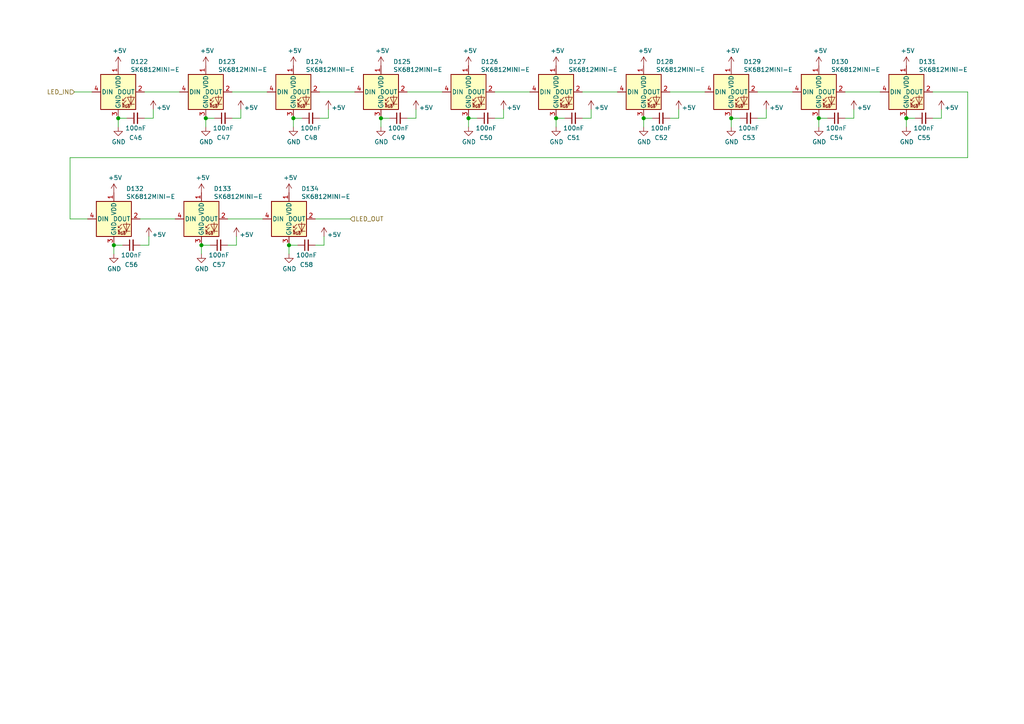
<source format=kicad_sch>
(kicad_sch (version 20211123) (generator eeschema)
  (paper "A4")
  (lib_symbols
    (symbol "Device:C_Small" (pin_numbers hide) (pin_names (offset 0.254) hide)
      (property "Reference" "C" (at 0.254 1.778 0))
      (property "Value" "C_Small" (at 0.254 -2.032 0))
      (symbol "C_Small_0_1"
        (polyline (pts (xy -1.524 -0.508) (xy 1.524 -0.508)) (stroke (width 0.3302)))
        (polyline (pts (xy -1.524 0.508) (xy 1.524 0.508)) (stroke (width 0.3048)))
      )
      (symbol "C_Small_1_1"
        (pin passive line (at 0 2.54 270) (length 2.032) (name "~") (number "1"))
        (pin passive line (at 0 -2.54 90) (length 2.032) (name "~") (number "2"))
      )
    )
    (symbol "chonc60:SK6812MINI-E" (pin_names (offset 0.254))
      (property "Reference" "D" (at 5.08 5.715 0))
      (property "Value" "SK6812MINI-E" (at 1.27 -5.715 0))
      (symbol "SK6812MINI-E_0_0"
        (text "RGB" (at 2.286 -4.191 0) (effects (font (size 0.762 0.762))))
      )
      (symbol "SK6812MINI-E_0_1"
        (polyline (pts (xy 1.27 -3.556) (xy 1.778 -3.556)))
        (polyline (pts (xy 1.27 -2.54) (xy 1.778 -2.54)))
        (polyline (pts (xy 4.699 -3.556) (xy 2.667 -3.556)))
        (polyline (pts (xy 2.286 -2.54) (xy 1.27 -3.556) (xy 1.27 -3.048)))
        (polyline (pts (xy 2.286 -1.524) (xy 1.27 -2.54) (xy 1.27 -2.032)))
        (polyline (pts (xy 3.683 -1.016) (xy 3.683 -3.556) (xy 3.683 -4.064)))
        (polyline (pts (xy 4.699 -1.524) (xy 2.667 -1.524) (xy 3.683 -3.556) (xy 4.699 -1.524)))
        (rectangle (start 5.08 5.08) (end -5.08 -5.08) (stroke (width 0.254)) (fill (type background)))
      )
      (symbol "SK6812MINI-E_1_1"
        (pin power_in line (at 0 7.62 270) (length 2.54) (name "VDD") (number "1"))
        (pin output line (at 7.62 0 180) (length 2.54) (name "DOUT") (number "2"))
        (pin power_in line (at 0 -7.62 90) (length 2.54) (name "GND") (number "3"))
        (pin input line (at -7.62 0 0) (length 2.54) (name "DIN") (number "4"))
      )
    )
    (symbol "power:+5V" (power) (pin_names (offset 0))
      (property "Value" "+5V" (at 0 3.556 0))
      (symbol "+5V_0_1"
        (polyline (pts (xy -0.762 1.27) (xy 0 2.54)))
        (polyline (pts (xy 0 0) (xy 0 2.54)))
        (polyline (pts (xy 0 2.54) (xy 0.762 1.27)))
      )
      (symbol "+5V_1_1"
        (pin power_in line (at 0 0 90) (length 0) hide (name "+5V") (number "1"))
      )
    )
    (symbol "power:GND" (power) (pin_names (offset 0))
      (property "Value" "GND" (at 0 -3.81 0))
      (symbol "GND_0_1"
        (polyline (pts (xy 0 0) (xy 0 -1.27) (xy 1.27 -1.27) (xy 0 -2.54) (xy -1.27 -1.27) (xy 0 -1.27)))
      )
      (symbol "GND_1_1"
        (pin power_in line (at 0 0 270) (length 0) hide (name "GND") (number "1"))
      )
    )
  )
  (junction (at 59.69 34.29) (diameter 1.016))
  (junction (at 58.42 71.12) (diameter 1.016))
  (junction (at 110.49 34.29) (diameter 1.016))
  (junction (at 34.29 34.29) (diameter 1.016))
  (junction (at 33.02 71.12) (diameter 1.016))
  (junction (at 186.69 34.29) (diameter 1.016))
  (junction (at 237.49 34.29) (diameter 1.016))
  (junction (at 85.09 34.29) (diameter 1.016))
  (junction (at 161.29 34.29) (diameter 1.016))
  (junction (at 83.82 71.12) (diameter 1.016))
  (junction (at 212.09 34.29) (diameter 1.016))
  (junction (at 262.89 34.29) (diameter 1.016))
  (junction (at 135.89 34.29) (diameter 1.016))
  (wire (pts (xy 237.49 34.29) (xy 240.03 34.29)))
  (wire (pts (xy 21.59 26.67) (xy 26.67 26.67)))
  (wire (pts (xy 168.91 34.29) (xy 171.45 34.29)))
  (wire (pts (xy 262.89 34.29) (xy 265.43 34.29)))
  (wire (pts (xy 67.31 34.29) (xy 69.85 34.29)))
  (wire (pts (xy 161.29 34.29) (xy 163.83 34.29)))
  (wire (pts (xy 196.85 31.75) (xy 196.85 34.29)))
  (wire (pts (xy 91.44 71.12) (xy 93.98 71.12)))
  (wire (pts (xy 194.31 26.67) (xy 204.47 26.67)))
  (wire (pts (xy 68.58 68.58) (xy 68.58 71.12)))
  (wire (pts (xy 69.85 31.75) (xy 69.85 34.29)))
  (wire (pts (xy 66.04 71.12) (xy 68.58 71.12)))
  (wire (pts (xy 135.89 34.29) (xy 138.43 34.29)))
  (wire (pts (xy 34.29 36.83) (xy 34.29 34.29)))
  (wire (pts (xy 222.25 31.75) (xy 222.25 34.29)))
  (wire (pts (xy 146.05 31.75) (xy 146.05 34.29)))
  (wire (pts (xy 44.45 31.75) (xy 44.45 34.29)))
  (wire (pts (xy 120.65 31.75) (xy 120.65 34.29)))
  (wire (pts (xy 212.09 36.83) (xy 212.09 34.29)))
  (wire (pts (xy 110.49 34.29) (xy 113.03 34.29)))
  (wire (pts (xy 212.09 34.29) (xy 214.63 34.29)))
  (wire (pts (xy 85.09 34.29) (xy 87.63 34.29)))
  (wire (pts (xy 20.32 63.5) (xy 25.4 63.5)))
  (wire (pts (xy 186.69 36.83) (xy 186.69 34.29)))
  (wire (pts (xy 92.71 34.29) (xy 95.25 34.29)))
  (wire (pts (xy 95.25 31.75) (xy 95.25 34.29)))
  (wire (pts (xy 171.45 31.75) (xy 171.45 34.29)))
  (wire (pts (xy 92.71 26.67) (xy 102.87 26.67)))
  (wire (pts (xy 273.05 31.75) (xy 273.05 34.29)))
  (wire (pts (xy 143.51 34.29) (xy 146.05 34.29)))
  (wire (pts (xy 33.02 73.66) (xy 33.02 71.12)))
  (wire (pts (xy 43.18 68.58) (xy 43.18 71.12)))
  (wire (pts (xy 91.44 63.5) (xy 101.6 63.5)))
  (wire (pts (xy 135.89 36.83) (xy 135.89 34.29)))
  (wire (pts (xy 34.29 34.29) (xy 36.83 34.29)))
  (wire (pts (xy 41.91 34.29) (xy 44.45 34.29)))
  (wire (pts (xy 33.02 71.12) (xy 35.56 71.12)))
  (wire (pts (xy 85.09 36.83) (xy 85.09 34.29)))
  (wire (pts (xy 245.11 34.29) (xy 247.65 34.29)))
  (wire (pts (xy 270.51 34.29) (xy 273.05 34.29)))
  (wire (pts (xy 59.69 34.29) (xy 62.23 34.29)))
  (wire (pts (xy 83.82 73.66) (xy 83.82 71.12)))
  (wire (pts (xy 186.69 34.29) (xy 189.23 34.29)))
  (wire (pts (xy 20.32 63.5) (xy 20.32 45.72)))
  (wire (pts (xy 40.64 63.5) (xy 50.8 63.5)))
  (wire (pts (xy 83.82 71.12) (xy 86.36 71.12)))
  (wire (pts (xy 262.89 36.83) (xy 262.89 34.29)))
  (wire (pts (xy 280.67 45.72) (xy 280.67 26.67)))
  (wire (pts (xy 245.11 26.67) (xy 255.27 26.67)))
  (wire (pts (xy 59.69 36.83) (xy 59.69 34.29)))
  (wire (pts (xy 194.31 34.29) (xy 196.85 34.29)))
  (wire (pts (xy 67.31 26.67) (xy 77.47 26.67)))
  (wire (pts (xy 41.91 26.67) (xy 52.07 26.67)))
  (wire (pts (xy 110.49 36.83) (xy 110.49 34.29)))
  (wire (pts (xy 237.49 36.83) (xy 237.49 34.29)))
  (wire (pts (xy 219.71 34.29) (xy 222.25 34.29)))
  (wire (pts (xy 161.29 36.83) (xy 161.29 34.29)))
  (wire (pts (xy 66.04 63.5) (xy 76.2 63.5)))
  (wire (pts (xy 143.51 26.67) (xy 153.67 26.67)))
  (wire (pts (xy 40.64 71.12) (xy 43.18 71.12)))
  (wire (pts (xy 93.98 68.58) (xy 93.98 71.12)))
  (wire (pts (xy 20.32 45.72) (xy 280.67 45.72)))
  (wire (pts (xy 118.11 26.67) (xy 128.27 26.67)))
  (wire (pts (xy 247.65 31.75) (xy 247.65 34.29)))
  (wire (pts (xy 58.42 73.66) (xy 58.42 71.12)))
  (wire (pts (xy 168.91 26.67) (xy 179.07 26.67)))
  (wire (pts (xy 270.51 26.67) (xy 280.67 26.67)))
  (wire (pts (xy 58.42 71.12) (xy 60.96 71.12)))
  (wire (pts (xy 219.71 26.67) (xy 229.87 26.67)))
  (wire (pts (xy 118.11 34.29) (xy 120.65 34.29)))
  (hierarchical_label "LED_IN" (shape input) (at 21.59 26.67 180))
  (hierarchical_label "LED_OUT" (shape input) (at 101.6 63.5 0))
  (symbol (lib_id "power:GND") (at 212.09 36.83 0)
    (property "Reference" "#PWR0177" (effects hide))
    (property "Value" "GND" (at 212.2043 41.1544 0))
  )
  (symbol (lib_id "power:+5V") (at 69.85 31.75 0)
    (property "Reference" "#PWR0161" (effects hide))
    (property "Value" "+5V" (at 72.7583 31.2356 0))
  )
  (symbol (lib_id "power:GND") (at 33.02 73.66 0)
    (property "Reference" "#PWR0186" (effects hide))
    (property "Value" "GND" (at 33.1343 77.9844 0))
  )
  (symbol (lib_id "power:+5V") (at 171.45 31.75 0)
    (property "Reference" "#PWR0165" (effects hide))
    (property "Value" "+5V" (at 174.3583 31.2356 0))
  )
  (symbol (lib_id "power:GND") (at 135.89 36.83 0)
    (property "Reference" "#PWR0174" (effects hide))
    (property "Value" "GND" (at 136.0043 41.1544 0))
  )
  (symbol (lib_id "power:+5V") (at 237.49 19.05 0)
    (property "Reference" "#PWR0158" (effects hide))
    (property "Value" "+5V" (at 237.8583 14.7256 0))
  )
  (symbol (lib_id "Device:C_Small") (at 64.77 34.29 90)
    (property "Reference" "C47" (at 64.77 39.9477 90))
    (property "Value" "100nF" (at 64.77 37.166 90))
    (property "Footprint" "Capacitor_SMD:C_0603_1608Metric" (effects hide))
  )
  (symbol (lib_id "power:+5V") (at 247.65 31.75 0)
    (property "Reference" "#PWR0168" (effects hide))
    (property "Value" "+5V" (at 250.5583 31.2356 0))
  )
  (symbol (lib_id "chonc60:SK6812MINI-E") (at 186.69 26.67 0)
    (property "Reference" "D128" (at 190.2461 17.9006 0) (effects (justify left)))
    (property "Value" "SK6812MINI-E" (at 190.2461 20.1993 0) (effects (justify left)))
    (property "Footprint" "chonc60:LED_SK6812_MINI_E_REVERSE" (effects hide))
    (property "Datasheet" "https://ecksteinimg.de/Datasheet/LED/LED0011/SK6812MINI-E_REV02_EN.pdf" (effects hide))
    (property "License" "This symbol is based off of the SK6812 official KiCad symbol and is thus under its modified CC-BY-SA 4.0 license instead of MIT" (effects hide))
  )
  (symbol (lib_id "power:GND") (at 237.49 36.83 0)
    (property "Reference" "#PWR0178" (effects hide))
    (property "Value" "GND" (at 237.6043 41.1544 0))
  )
  (symbol (lib_id "power:+5V") (at 120.65 31.75 0)
    (property "Reference" "#PWR0163" (effects hide))
    (property "Value" "+5V" (at 123.5583 31.2356 0))
  )
  (symbol (lib_id "power:+5V") (at 95.25 31.75 0)
    (property "Reference" "#PWR0162" (effects hide))
    (property "Value" "+5V" (at 98.1583 31.2356 0))
  )
  (symbol (lib_id "power:+5V") (at 68.58 68.58 0)
    (property "Reference" "#PWR0184" (effects hide))
    (property "Value" "+5V" (at 71.4883 68.0656 0))
  )
  (symbol (lib_id "power:+5V") (at 34.29 19.05 0)
    (property "Reference" "#PWR0150" (effects hide))
    (property "Value" "+5V" (at 34.6583 14.7256 0))
  )
  (symbol (lib_id "power:GND") (at 58.42 73.66 0)
    (property "Reference" "#PWR0187" (effects hide))
    (property "Value" "GND" (at 58.5343 77.9844 0))
  )
  (symbol (lib_id "chonc60:SK6812MINI-E") (at 237.49 26.67 0)
    (property "Reference" "D130" (at 241.0461 17.9006 0) (effects (justify left)))
    (property "Value" "SK6812MINI-E" (at 241.0461 20.1993 0) (effects (justify left)))
    (property "Footprint" "chonc60:LED_SK6812_MINI_E_REVERSE" (effects hide))
    (property "Datasheet" "https://ecksteinimg.de/Datasheet/LED/LED0011/SK6812MINI-E_REV02_EN.pdf" (effects hide))
    (property "License" "This symbol is based off of the SK6812 official KiCad symbol and is thus under its modified CC-BY-SA 4.0 license instead of MIT" (effects hide))
  )
  (symbol (lib_id "Device:C_Small") (at 217.17 34.29 90)
    (property "Reference" "C53" (at 217.17 39.9477 90))
    (property "Value" "100nF" (at 217.17 37.166 90))
    (property "Footprint" "Capacitor_SMD:C_0603_1608Metric" (effects hide))
  )
  (symbol (lib_id "chonc60:SK6812MINI-E") (at 161.29 26.67 0)
    (property "Reference" "D127" (at 164.8461 17.9006 0) (effects (justify left)))
    (property "Value" "SK6812MINI-E" (at 164.8461 20.1993 0) (effects (justify left)))
    (property "Footprint" "chonc60:LED_SK6812_MINI_E_REVERSE" (effects hide))
    (property "Datasheet" "https://ecksteinimg.de/Datasheet/LED/LED0011/SK6812MINI-E_REV02_EN.pdf" (effects hide))
    (property "License" "This symbol is based off of the SK6812 official KiCad symbol and is thus under its modified CC-BY-SA 4.0 license instead of MIT" (effects hide))
  )
  (symbol (lib_id "power:+5V") (at 161.29 19.05 0)
    (property "Reference" "#PWR0155" (effects hide))
    (property "Value" "+5V" (at 161.6583 14.7256 0))
  )
  (symbol (lib_id "power:+5V") (at 83.82 55.88 0)
    (property "Reference" "#PWR0182" (effects hide))
    (property "Value" "+5V" (at 84.1883 51.5556 0))
  )
  (symbol (lib_id "chonc60:SK6812MINI-E") (at 33.02 63.5 0)
    (property "Reference" "D132" (at 36.5761 54.7306 0) (effects (justify left)))
    (property "Value" "SK6812MINI-E" (at 36.5761 57.0293 0) (effects (justify left)))
    (property "Footprint" "chonc60:LED_SK6812_MINI_E_REVERSE" (effects hide))
    (property "Datasheet" "https://ecksteinimg.de/Datasheet/LED/LED0011/SK6812MINI-E_REV02_EN.pdf" (effects hide))
    (property "License" "This symbol is based off of the SK6812 official KiCad symbol and is thus under its modified CC-BY-SA 4.0 license instead of MIT" (effects hide))
  )
  (symbol (lib_id "power:GND") (at 83.82 73.66 0)
    (property "Reference" "#PWR0188" (effects hide))
    (property "Value" "GND" (at 83.9343 77.9844 0))
  )
  (symbol (lib_id "Device:C_Small") (at 88.9 71.12 90)
    (property "Reference" "C58" (at 88.9 76.7777 90))
    (property "Value" "100nF" (at 88.9 73.996 90))
    (property "Footprint" "Capacitor_SMD:C_0603_1608Metric" (effects hide))
  )
  (symbol (lib_id "power:+5V") (at 59.69 19.05 0)
    (property "Reference" "#PWR0151" (effects hide))
    (property "Value" "+5V" (at 60.0583 14.7256 0))
  )
  (symbol (lib_id "Device:C_Small") (at 242.57 34.29 90)
    (property "Reference" "C54" (at 242.57 39.9477 90))
    (property "Value" "100nF" (at 242.57 37.166 90))
    (property "Footprint" "Capacitor_SMD:C_0603_1608Metric" (effects hide))
  )
  (symbol (lib_id "chonc60:SK6812MINI-E") (at 262.89 26.67 0)
    (property "Reference" "D131" (at 266.4461 17.9006 0) (effects (justify left)))
    (property "Value" "SK6812MINI-E" (at 266.4461 20.1993 0) (effects (justify left)))
    (property "Footprint" "chonc60:LED_SK6812_MINI_E_REVERSE" (effects hide))
    (property "Datasheet" "https://ecksteinimg.de/Datasheet/LED/LED0011/SK6812MINI-E_REV02_EN.pdf" (effects hide))
    (property "License" "This symbol is based off of the SK6812 official KiCad symbol and is thus under its modified CC-BY-SA 4.0 license instead of MIT" (effects hide))
  )
  (symbol (lib_id "power:+5V") (at 110.49 19.05 0)
    (property "Reference" "#PWR0153" (effects hide))
    (property "Value" "+5V" (at 110.8583 14.7256 0))
  )
  (symbol (lib_id "power:+5V") (at 43.18 68.58 0)
    (property "Reference" "#PWR0183" (effects hide))
    (property "Value" "+5V" (at 46.0883 68.0656 0))
  )
  (symbol (lib_id "power:+5V") (at 262.89 19.05 0)
    (property "Reference" "#PWR0159" (effects hide))
    (property "Value" "+5V" (at 263.2583 14.7256 0))
  )
  (symbol (lib_id "power:GND") (at 110.49 36.83 0)
    (property "Reference" "#PWR0173" (effects hide))
    (property "Value" "GND" (at 110.6043 41.1544 0))
  )
  (symbol (lib_id "Device:C_Small") (at 63.5 71.12 90)
    (property "Reference" "C57" (at 63.5 76.7777 90))
    (property "Value" "100nF" (at 63.5 73.996 90))
    (property "Footprint" "Capacitor_SMD:C_0603_1608Metric" (effects hide))
  )
  (symbol (lib_id "power:+5V") (at 135.89 19.05 0)
    (property "Reference" "#PWR0154" (effects hide))
    (property "Value" "+5V" (at 136.2583 14.7256 0))
  )
  (symbol (lib_id "Device:C_Small") (at 191.77 34.29 90)
    (property "Reference" "C52" (at 191.77 39.9477 90))
    (property "Value" "100nF" (at 191.77 37.166 90))
    (property "Footprint" "Capacitor_SMD:C_0603_1608Metric" (effects hide))
  )
  (symbol (lib_id "chonc60:SK6812MINI-E") (at 58.42 63.5 0)
    (property "Reference" "D133" (at 61.9761 54.7306 0) (effects (justify left)))
    (property "Value" "SK6812MINI-E" (at 61.9761 57.0293 0) (effects (justify left)))
    (property "Footprint" "chonc60:LED_SK6812_MINI_E_REVERSE" (effects hide))
    (property "Datasheet" "https://ecksteinimg.de/Datasheet/LED/LED0011/SK6812MINI-E_REV02_EN.pdf" (effects hide))
    (property "License" "This symbol is based off of the SK6812 official KiCad symbol and is thus under its modified CC-BY-SA 4.0 license instead of MIT" (effects hide))
  )
  (symbol (lib_id "power:GND") (at 59.69 36.83 0)
    (property "Reference" "#PWR0171" (effects hide))
    (property "Value" "GND" (at 59.8043 41.1544 0))
  )
  (symbol (lib_id "Device:C_Small") (at 115.57 34.29 90)
    (property "Reference" "C49" (at 115.57 39.9477 90))
    (property "Value" "100nF" (at 115.57 37.166 90))
    (property "Footprint" "Capacitor_SMD:C_0603_1608Metric" (effects hide))
  )
  (symbol (lib_id "power:+5V") (at 196.85 31.75 0)
    (property "Reference" "#PWR0166" (effects hide))
    (property "Value" "+5V" (at 199.7583 31.2356 0))
  )
  (symbol (lib_id "power:+5V") (at 273.05 31.75 0)
    (property "Reference" "#PWR0169" (effects hide))
    (property "Value" "+5V" (at 275.9583 31.2356 0))
  )
  (symbol (lib_id "chonc60:SK6812MINI-E") (at 212.09 26.67 0)
    (property "Reference" "D129" (at 215.6461 17.9006 0) (effects (justify left)))
    (property "Value" "SK6812MINI-E" (at 215.6461 20.1993 0) (effects (justify left)))
    (property "Footprint" "chonc60:LED_SK6812_MINI_E_REVERSE" (effects hide))
    (property "Datasheet" "https://ecksteinimg.de/Datasheet/LED/LED0011/SK6812MINI-E_REV02_EN.pdf" (effects hide))
    (property "License" "This symbol is based off of the SK6812 official KiCad symbol and is thus under its modified CC-BY-SA 4.0 license instead of MIT" (effects hide))
  )
  (symbol (lib_id "power:+5V") (at 212.09 19.05 0)
    (property "Reference" "#PWR0157" (effects hide))
    (property "Value" "+5V" (at 212.4583 14.7256 0))
  )
  (symbol (lib_id "power:+5V") (at 85.09 19.05 0)
    (property "Reference" "#PWR0152" (effects hide))
    (property "Value" "+5V" (at 85.4583 14.7256 0))
  )
  (symbol (lib_id "chonc60:SK6812MINI-E") (at 83.82 63.5 0)
    (property "Reference" "D134" (at 87.3761 54.7306 0) (effects (justify left)))
    (property "Value" "SK6812MINI-E" (at 87.3761 57.0293 0) (effects (justify left)))
    (property "Footprint" "chonc60:LED_SK6812_MINI_E_REVERSE" (effects hide))
    (property "Datasheet" "https://ecksteinimg.de/Datasheet/LED/LED0011/SK6812MINI-E_REV02_EN.pdf" (effects hide))
    (property "License" "This symbol is based off of the SK6812 official KiCad symbol and is thus under its modified CC-BY-SA 4.0 license instead of MIT" (effects hide))
  )
  (symbol (lib_id "power:GND") (at 161.29 36.83 0)
    (property "Reference" "#PWR0175" (effects hide))
    (property "Value" "GND" (at 161.4043 41.1544 0))
  )
  (symbol (lib_id "power:+5V") (at 44.45 31.75 0)
    (property "Reference" "#PWR0160" (effects hide))
    (property "Value" "+5V" (at 47.3583 31.2356 0))
  )
  (symbol (lib_id "power:GND") (at 262.89 36.83 0)
    (property "Reference" "#PWR0179" (effects hide))
    (property "Value" "GND" (at 263.0043 41.1544 0))
  )
  (symbol (lib_id "Device:C_Small") (at 90.17 34.29 90)
    (property "Reference" "C48" (at 90.17 39.9477 90))
    (property "Value" "100nF" (at 90.17 37.166 90))
    (property "Footprint" "Capacitor_SMD:C_0603_1608Metric" (effects hide))
  )
  (symbol (lib_id "power:GND") (at 34.29 36.83 0)
    (property "Reference" "#PWR0170" (effects hide))
    (property "Value" "GND" (at 34.4043 41.1544 0))
  )
  (symbol (lib_id "power:+5V") (at 58.42 55.88 0)
    (property "Reference" "#PWR0181" (effects hide))
    (property "Value" "+5V" (at 58.7883 51.5556 0))
  )
  (symbol (lib_id "power:GND") (at 186.69 36.83 0)
    (property "Reference" "#PWR0176" (effects hide))
    (property "Value" "GND" (at 186.8043 41.1544 0))
  )
  (symbol (lib_id "power:+5V") (at 146.05 31.75 0)
    (property "Reference" "#PWR0164" (effects hide))
    (property "Value" "+5V" (at 148.9583 31.2356 0))
  )
  (symbol (lib_id "power:+5V") (at 222.25 31.75 0)
    (property "Reference" "#PWR0167" (effects hide))
    (property "Value" "+5V" (at 225.1583 31.2356 0))
  )
  (symbol (lib_id "Device:C_Small") (at 38.1 71.12 90)
    (property "Reference" "C56" (at 38.1 76.7777 90))
    (property "Value" "100nF" (at 38.1 73.996 90))
    (property "Footprint" "Capacitor_SMD:C_0603_1608Metric" (effects hide))
  )
  (symbol (lib_id "chonc60:SK6812MINI-E") (at 85.09 26.67 0)
    (property "Reference" "D124" (at 88.6461 17.9006 0) (effects (justify left)))
    (property "Value" "SK6812MINI-E" (at 88.6461 20.1993 0) (effects (justify left)))
    (property "Footprint" "chonc60:LED_SK6812_MINI_E_REVERSE" (effects hide))
    (property "Datasheet" "https://ecksteinimg.de/Datasheet/LED/LED0011/SK6812MINI-E_REV02_EN.pdf" (effects hide))
    (property "License" "This symbol is based off of the SK6812 official KiCad symbol and is thus under its modified CC-BY-SA 4.0 license instead of MIT" (effects hide))
  )
  (symbol (lib_id "power:GND") (at 85.09 36.83 0)
    (property "Reference" "#PWR0172" (effects hide))
    (property "Value" "GND" (at 85.2043 41.1544 0))
  )
  (symbol (lib_id "chonc60:SK6812MINI-E") (at 110.49 26.67 0)
    (property "Reference" "D125" (at 114.0461 17.9006 0) (effects (justify left)))
    (property "Value" "SK6812MINI-E" (at 114.0461 20.1993 0) (effects (justify left)))
    (property "Footprint" "chonc60:LED_SK6812_MINI_E_REVERSE" (effects hide))
    (property "Datasheet" "https://ecksteinimg.de/Datasheet/LED/LED0011/SK6812MINI-E_REV02_EN.pdf" (effects hide))
    (property "License" "This symbol is based off of the SK6812 official KiCad symbol and is thus under its modified CC-BY-SA 4.0 license instead of MIT" (effects hide))
  )
  (symbol (lib_id "Device:C_Small") (at 166.37 34.29 90)
    (property "Reference" "C51" (at 166.37 39.9477 90))
    (property "Value" "100nF" (at 166.37 37.166 90))
    (property "Footprint" "Capacitor_SMD:C_0603_1608Metric" (effects hide))
  )
  (symbol (lib_id "power:+5V") (at 33.02 55.88 0)
    (property "Reference" "#PWR0180" (effects hide))
    (property "Value" "+5V" (at 33.3883 51.5556 0))
  )
  (symbol (lib_id "chonc60:SK6812MINI-E") (at 135.89 26.67 0)
    (property "Reference" "D126" (at 139.4461 17.9006 0) (effects (justify left)))
    (property "Value" "SK6812MINI-E" (at 139.4461 20.1993 0) (effects (justify left)))
    (property "Footprint" "chonc60:LED_SK6812_MINI_E_REVERSE" (effects hide))
    (property "Datasheet" "https://ecksteinimg.de/Datasheet/LED/LED0011/SK6812MINI-E_REV02_EN.pdf" (effects hide))
    (property "License" "This symbol is based off of the SK6812 official KiCad symbol and is thus under its modified CC-BY-SA 4.0 license instead of MIT" (effects hide))
  )
  (symbol (lib_id "power:+5V") (at 93.98 68.58 0)
    (property "Reference" "#PWR0185" (effects hide))
    (property "Value" "+5V" (at 96.8883 68.0656 0))
  )
  (symbol (lib_id "power:+5V") (at 186.69 19.05 0)
    (property "Reference" "#PWR0156" (effects hide))
    (property "Value" "+5V" (at 187.0583 14.7256 0))
  )
  (symbol (lib_id "Device:C_Small") (at 140.97 34.29 90)
    (property "Reference" "C50" (at 140.97 39.9477 90))
    (property "Value" "100nF" (at 140.97 37.166 90))
    (property "Footprint" "Capacitor_SMD:C_0603_1608Metric" (effects hide))
  )
  (symbol (lib_id "chonc60:SK6812MINI-E") (at 34.29 26.67 0)
    (property "Reference" "D122" (at 37.8461 17.9006 0) (effects (justify left)))
    (property "Value" "SK6812MINI-E" (at 37.8461 20.1993 0) (effects (justify left)))
    (property "Footprint" "chonc60:LED_SK6812_MINI_E_REVERSE" (effects hide))
    (property "Datasheet" "https://ecksteinimg.de/Datasheet/LED/LED0011/SK6812MINI-E_REV02_EN.pdf" (effects hide))
    (property "License" "This symbol is based off of the SK6812 official KiCad symbol and is thus under its modified CC-BY-SA 4.0 license instead of MIT" (effects hide))
  )
  (symbol (lib_id "chonc60:SK6812MINI-E") (at 59.69 26.67 0)
    (property "Reference" "D123" (at 63.2461 17.9006 0) (effects (justify left)))
    (property "Value" "SK6812MINI-E" (at 63.2461 20.1993 0) (effects (justify left)))
    (property "Footprint" "chonc60:LED_SK6812_MINI_E_REVERSE" (effects hide))
    (property "Datasheet" "https://ecksteinimg.de/Datasheet/LED/LED0011/SK6812MINI-E_REV02_EN.pdf" (effects hide))
    (property "License" "This symbol is based off of the SK6812 official KiCad symbol and is thus under its modified CC-BY-SA 4.0 license instead of MIT" (effects hide))
  )
  (symbol (lib_id "Device:C_Small") (at 39.37 34.29 90)
    (property "Reference" "C46" (at 39.37 39.9477 90))
    (property "Value" "100nF" (at 39.37 37.166 90))
    (property "Footprint" "Capacitor_SMD:C_0603_1608Metric" (effects hide))
  )
  (symbol (lib_id "Device:C_Small") (at 267.97 34.29 90)
    (property "Reference" "C55" (at 267.97 39.9477 90))
    (property "Value" "100nF" (at 267.97 37.166 90))
    (property "Footprint" "Capacitor_SMD:C_0603_1608Metric" (effects hide))
  )
)
</source>
